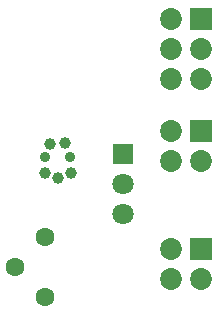
<source format=gbs>
G04*
G04 #@! TF.GenerationSoftware,Altium Limited,Altium Designer,22.2.1 (43)*
G04*
G04 Layer_Color=16711935*
%FSAX24Y24*%
%MOIN*%
G70*
G04*
G04 #@! TF.SameCoordinates,0A7D3E4C-9769-4D31-AB1C-A6483D793648*
G04*
G04*
G04 #@! TF.FilePolarity,Negative*
G04*
G01*
G75*
%ADD50C,0.0631*%
%ADD51C,0.0730*%
%ADD52R,0.0730X0.0730*%
%ADD53C,0.0356*%
%ADD54C,0.0395*%
%ADD55C,0.0710*%
%ADD56R,0.0710X0.0710*%
D50*
X016642Y018094D02*
D03*
X015642Y019094D02*
D03*
X016642Y020094D02*
D03*
D51*
X020850Y027378D02*
D03*
X021850Y026378D02*
D03*
Y025378D02*
D03*
X020850Y026378D02*
D03*
Y025378D02*
D03*
Y023622D02*
D03*
X021850Y022622D02*
D03*
X020850D02*
D03*
Y019685D02*
D03*
X021850Y018685D02*
D03*
X020850D02*
D03*
D52*
X021850Y027378D02*
D03*
Y023622D02*
D03*
Y019685D02*
D03*
D53*
X017497Y022750D02*
D03*
X016650D02*
D03*
D54*
X017507Y022227D02*
D03*
X017074Y022050D02*
D03*
X016824Y023210D02*
D03*
X016641Y022227D02*
D03*
X017307Y023224D02*
D03*
D55*
X019240Y020860D02*
D03*
Y021860D02*
D03*
D56*
Y022860D02*
D03*
M02*

</source>
